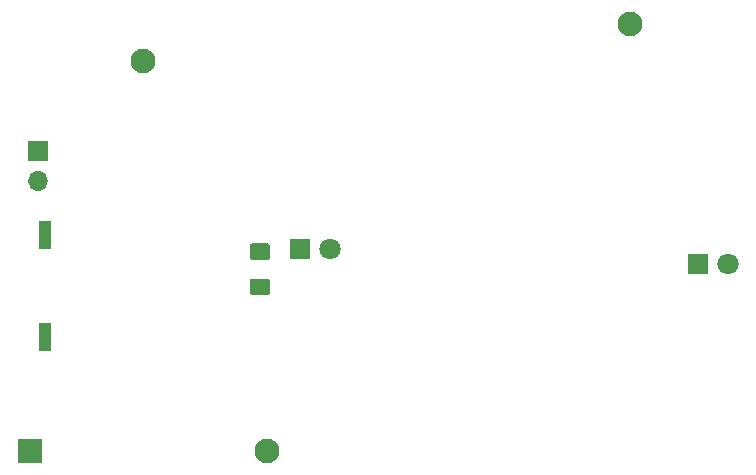
<source format=gbr>
%TF.GenerationSoftware,KiCad,Pcbnew,5.1.6-c6e7f7d~87~ubuntu19.10.1*%
%TF.CreationDate,2020-12-09T03:37:03-08:00*%
%TF.ProjectId,robocrob,726f626f-6372-46f6-922e-6b696361645f,rev?*%
%TF.SameCoordinates,Original*%
%TF.FileFunction,Soldermask,Bot*%
%TF.FilePolarity,Negative*%
%FSLAX46Y46*%
G04 Gerber Fmt 4.6, Leading zero omitted, Abs format (unit mm)*
G04 Created by KiCad (PCBNEW 5.1.6-c6e7f7d~87~ubuntu19.10.1) date 2020-12-09 03:37:03*
%MOMM*%
%LPD*%
G01*
G04 APERTURE LIST*
%ADD10C,2.100000*%
%ADD11R,2.100000X2.100000*%
%ADD12R,1.120000X2.440000*%
%ADD13O,1.700000X1.700000*%
%ADD14R,1.700000X1.700000*%
%ADD15C,1.800000*%
%ADD16R,1.800000X1.800000*%
G04 APERTURE END LIST*
%TO.C,R1*%
G36*
G01*
X37221000Y-39346500D02*
X38471000Y-39346500D01*
G75*
G02*
X38721000Y-39596500I0J-250000D01*
G01*
X38721000Y-40521500D01*
G75*
G02*
X38471000Y-40771500I-250000J0D01*
G01*
X37221000Y-40771500D01*
G75*
G02*
X36971000Y-40521500I0J250000D01*
G01*
X36971000Y-39596500D01*
G75*
G02*
X37221000Y-39346500I250000J0D01*
G01*
G37*
G36*
G01*
X37221000Y-36371500D02*
X38471000Y-36371500D01*
G75*
G02*
X38721000Y-36621500I0J-250000D01*
G01*
X38721000Y-37546500D01*
G75*
G02*
X38471000Y-37796500I-250000J0D01*
G01*
X37221000Y-37796500D01*
G75*
G02*
X36971000Y-37546500I0J250000D01*
G01*
X36971000Y-36621500D01*
G75*
G02*
X37221000Y-36371500I250000J0D01*
G01*
G37*
%TD*%
D10*
%TO.C,BT1*%
X38415000Y-53975000D03*
D11*
X18415000Y-53975000D03*
%TD*%
D12*
%TO.C,SW1*%
X19685000Y-35700000D03*
X19685000Y-44310000D03*
%TD*%
D13*
%TO.C,J1*%
X19050000Y-31115000D03*
D14*
X19050000Y-28575000D03*
%TD*%
D10*
%TO.C,REF\u002A\u002A*%
X27940000Y-20955000D03*
%TD*%
%TO.C,REF\u002A\u002A*%
X69215000Y-17780000D03*
%TD*%
D15*
%TO.C,DRIGHT1*%
X77470000Y-38100000D03*
D16*
X74930000Y-38100000D03*
%TD*%
D15*
%TO.C,DLEFT1*%
X43815000Y-36830000D03*
D16*
X41275000Y-36830000D03*
%TD*%
M02*

</source>
